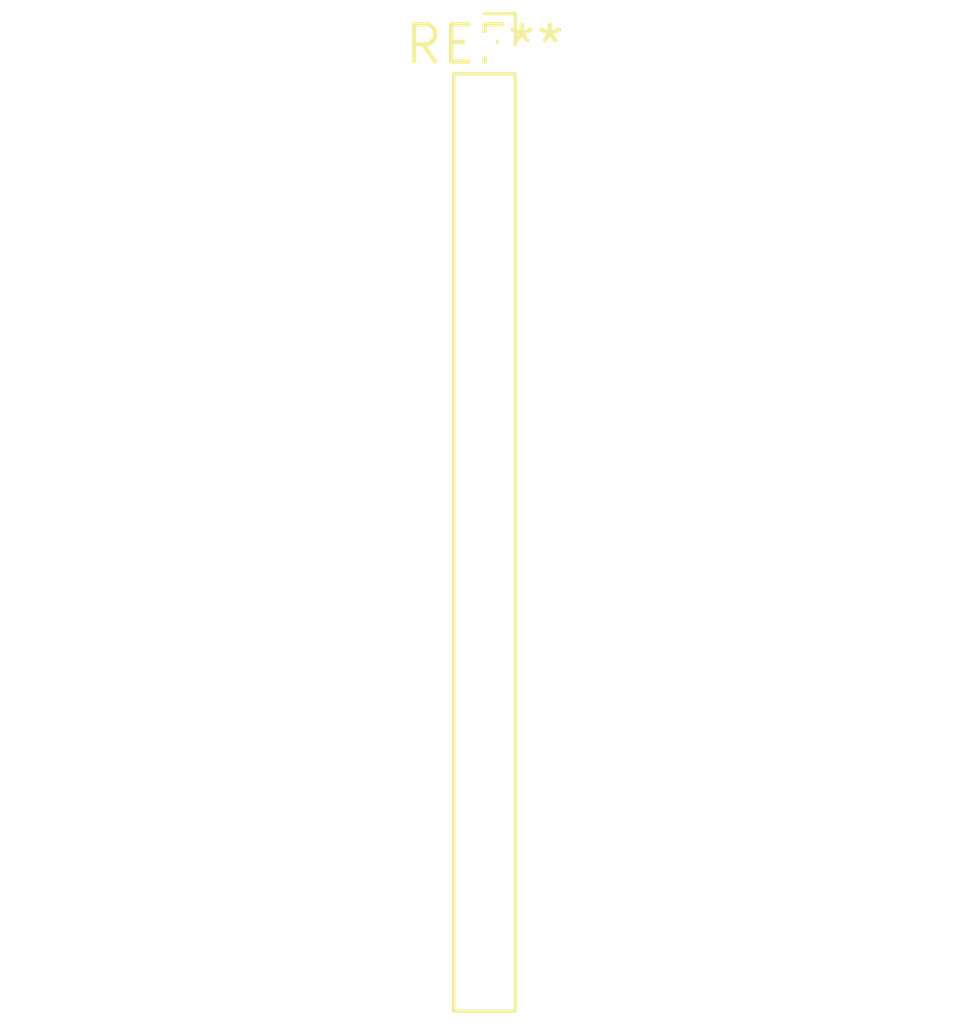
<source format=kicad_pcb>
(kicad_pcb (version 20240108) (generator pcbnew)
  (layers (0 "F.Cu" signal) (31 "B.Cu" signal) (34 "B.Paste" user) (35 "F.Paste" user) (36 "B.SilkS" user "B.Silkscreen") (37 "F.SilkS" user "F.Silkscreen") (38 "B.Mask" user) (39 "F.Mask" user) (44 "Edge.Cuts" user))
  (net 0 "")
  (footprint "PinSocket_1x17_P2.00mm_Vertical" (layer "F.Cu") (at 0 0)
    (property "Reference" "REF**")
    (property "Value" "PinSocket_1x17_P2.00mm_Vertical")
    (fp_line (start -1.06 1) (end -1.06 33.06) (layer "F.SilkS") (stroke (width 0.12)))
    (fp_line (start -1.06 1) (end 1.06 1) (layer "F.SilkS") (stroke (width 0.12)))
    (fp_line (start -1.06 33.06) (end 1.06 33.06) (layer "F.SilkS") (stroke (width 0.12)))
    (fp_line (start 0 -1.06) (end 1.06 -1.06) (layer "F.SilkS") (stroke (width 0.12)))
    (fp_line (start 1.06 -1.06) (end 1.06 0) (layer "F.SilkS") (stroke (width 0.12)))
    (fp_line (start 1.06 1) (end 1.06 33.06) (layer "F.SilkS") (stroke (width 0.12)))
    (pad "1" thru_hole rect (at 0 0) (size 1.35 1.35) (drill 0.8) (layers *.Cu *.Mask) (remove_unused_layers))
    (pad "2" thru_hole oval (at 0 2) (size 1.35 1.35) (drill 0.8) (layers *.Cu *.Mask) (remove_unused_layers))
    (pad "3" thru_hole oval (at 0 4) (size 1.35 1.35) (drill 0.8) (layers *.Cu *.Mask) (remove_unused_layers))
    (pad "4" thru_hole oval (at 0 6) (size 1.35 1.35) (drill 0.8) (layers *.Cu *.Mask) (remove_unused_layers))
    (pad "5" thru_hole oval (at 0 8) (size 1.35 1.35) (drill 0.8) (layers *.Cu *.Mask) (remove_unused_layers))
    (pad "6" thru_hole oval (at 0 10) (size 1.35 1.35) (drill 0.8) (layers *.Cu *.Mask) (remove_unused_layers))
    (pad "7" thru_hole oval (at 0 12) (size 1.35 1.35) (drill 0.8) (layers *.Cu *.Mask) (remove_unused_layers))
    (pad "8" thru_hole oval (at 0 14) (size 1.35 1.35) (drill 0.8) (layers *.Cu *.Mask) (remove_unused_layers))
    (pad "9" thru_hole oval (at 0 16) (size 1.35 1.35) (drill 0.8) (layers *.Cu *.Mask) (remove_unused_layers))
    (pad "10" thru_hole oval (at 0 18) (size 1.35 1.35) (drill 0.8) (layers *.Cu *.Mask) (remove_unused_layers))
    (pad "11" thru_hole oval (at 0 20) (size 1.35 1.35) (drill 0.8) (layers *.Cu *.Mask) (remove_unused_layers))
    (pad "12" thru_hole oval (at 0 22) (size 1.35 1.35) (drill 0.8) (layers *.Cu *.Mask) (remove_unused_layers))
    (pad "13" thru_hole oval (at 0 24) (size 1.35 1.35) (drill 0.8) (layers *.Cu *.Mask) (remove_unused_layers))
    (pad "14" thru_hole oval (at 0 26) (size 1.35 1.35) (drill 0.8) (layers *.Cu *.Mask) (remove_unused_layers))
    (pad "15" thru_hole oval (at 0 28) (size 1.35 1.35) (drill 0.8) (layers *.Cu *.Mask) (remove_unused_layers))
    (pad "16" thru_hole oval (at 0 30) (size 1.35 1.35) (drill 0.8) (layers *.Cu *.Mask) (remove_unused_layers))
    (pad "17" thru_hole oval (at 0 32) (size 1.35 1.35) (drill 0.8) (layers *.Cu *.Mask) (remove_unused_layers))
  )
)
</source>
